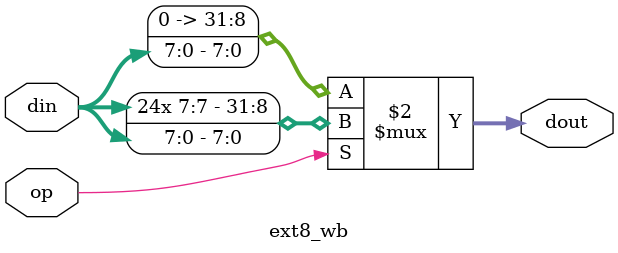
<source format=v>
module ext8_wb (op,din,dout);
   input         op;
   input [7:0]   din;
   output [31:0] dout;
   assign dout=(op==1'b0)?{24'h000000,din}:
               {{24{din[7]}},din};
endmodule
</source>
